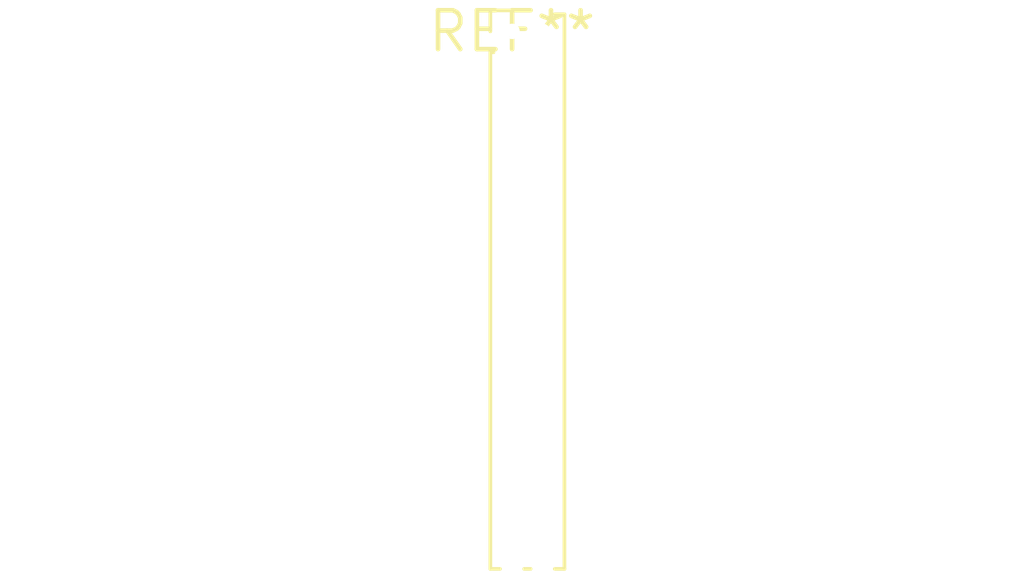
<source format=kicad_pcb>
(kicad_pcb (version 20240108) (generator pcbnew)
  (layers (0 "F.Cu" signal) (31 "B.Cu" signal) (34 "B.Paste" user) (35 "F.Paste" user) (36 "B.SilkS" user "B.Silkscreen") (37 "F.SilkS" user "F.Silkscreen") (38 "B.Mask" user) (39 "F.Mask" user) (44 "Edge.Cuts" user))
  (net 0 "")
  (footprint "PinHeader_2x18_P1.00mm_Vertical" (layer "F.Cu") (at 0 0)
    (property "Reference" "REF**")
    (property "Value" "PinHeader_2x18_P1.00mm_Vertical")
    (fp_line (start -0.71 -0.685) (end 0 -0.685) (layer "F.SilkS") (stroke (width 0.12)))
    (fp_line (start -0.71 0) (end -0.71 -0.685) (layer "F.SilkS") (stroke (width 0.12)))
    (fp_line (start -0.71 0.685) (end -0.71 17.56) (layer "F.SilkS") (stroke (width 0.12)))
    (fp_line (start -0.71 0.685) (end -0.608276 0.685) (layer "F.SilkS") (stroke (width 0.12)))
    (fp_line (start -0.71 17.56) (end -0.394493 17.56) (layer "F.SilkS") (stroke (width 0.12)))
    (fp_line (start 0.394493 17.56) (end 0.605507 17.56) (layer "F.SilkS") (stroke (width 0.12)))
    (fp_line (start 1.394493 -0.56) (end 1.71 -0.56) (layer "F.SilkS") (stroke (width 0.12)))
    (fp_line (start 1.394493 17.56) (end 1.71 17.56) (layer "F.SilkS") (stroke (width 0.12)))
    (fp_line (start 1.71 -0.56) (end 1.71 17.56) (layer "F.SilkS") (stroke (width 0.12)))
    (pad "1" thru_hole rect (at 0 0) (size 0.85 0.85) (drill 0.5) (layers *.Cu *.Mask) (remove_unused_layers))
    (pad "2" thru_hole oval (at 1 0) (size 0.85 0.85) (drill 0.5) (layers *.Cu *.Mask) (remove_unused_layers))
    (pad "3" thru_hole oval (at 0 1) (size 0.85 0.85) (drill 0.5) (layers *.Cu *.Mask) (remove_unused_layers))
    (pad "4" thru_hole oval (at 1 1) (size 0.85 0.85) (drill 0.5) (layers *.Cu *.Mask) (remove_unused_layers))
    (pad "5" thru_hole oval (at 0 2) (size 0.85 0.85) (drill 0.5) (layers *.Cu *.Mask) (remove_unused_layers))
    (pad "6" thru_hole oval (at 1 2) (size 0.85 0.85) (drill 0.5) (layers *.Cu *.Mask) (remove_unused_layers))
    (pad "7" thru_hole oval (at 0 3) (size 0.85 0.85) (drill 0.5) (layers *.Cu *.Mask) (remove_unused_layers))
    (pad "8" thru_hole oval (at 1 3) (size 0.85 0.85) (drill 0.5) (layers *.Cu *.Mask) (remove_unused_layers))
    (pad "9" thru_hole oval (at 0 4) (size 0.85 0.85) (drill 0.5) (layers *.Cu *.Mask) (remove_unused_layers))
    (pad "10" thru_hole oval (at 1 4) (size 0.85 0.85) (drill 0.5) (layers *.Cu *.Mask) (remove_unused_layers))
    (pad "11" thru_hole oval (at 0 5) (size 0.85 0.85) (drill 0.5) (layers *.Cu *.Mask) (remove_unused_layers))
    (pad "12" thru_hole oval (at 1 5) (size 0.85 0.85) (drill 0.5) (layers *.Cu *.Mask) (remove_unused_layers))
    (pad "13" thru_hole oval (at 0 6) (size 0.85 0.85) (drill 0.5) (layers *.Cu *.Mask) (remove_unused_layers))
    (pad "14" thru_hole oval (at 1 6) (size 0.85 0.85) (drill 0.5) (layers *.Cu *.Mask) (remove_unused_layers))
    (pad "15" thru_hole oval (at 0 7) (size 0.85 0.85) (drill 0.5) (layers *.Cu *.Mask) (remove_unused_layers))
    (pad "16" thru_hole oval (at 1 7) (size 0.85 0.85) (drill 0.5) (layers *.Cu *.Mask) (remove_unused_layers))
    (pad "17" thru_hole oval (at 0 8) (size 0.85 0.85) (drill 0.5) (layers *.Cu *.Mask) (remove_unused_layers))
    (pad "18" thru_hole oval (at 1 8) (size 0.85 0.85) (drill 0.5) (layers *.Cu *.Mask) (remove_unused_layers))
    (pad "19" thru_hole oval (at 0 9) (size 0.85 0.85) (drill 0.5) (layers *.Cu *.Mask) (remove_unused_layers))
    (pad "20" thru_hole oval (at 1 9) (size 0.85 0.85) (drill 0.5) (layers *.Cu *.Mask) (remove_unused_layers))
    (pad "21" thru_hole oval (at 0 10) (size 0.85 0.85) (drill 0.5) (layers *.Cu *.Mask) (remove_unused_layers))
    (pad "22" thru_hole oval (at 1 10) (size 0.85 0.85) (drill 0.5) (layers *.Cu *.Mask) (remove_unused_layers))
    (pad "23" thru_hole oval (at 0 11) (size 0.85 0.85) (drill 0.5) (layers *.Cu *.Mask) (remove_unused_layers))
    (pad "24" thru_hole oval (at 1 11) (size 0.85 0.85) (drill 0.5) (layers *.Cu *.Mask) (remove_unused_layers))
    (pad "25" thru_hole oval (at 0 12) (size 0.85 0.85) (drill 0.5) (layers *.Cu *.Mask) (remove_unused_layers))
    (pad "26" thru_hole oval (at 1 12) (size 0.85 0.85) (drill 0.5) (layers *.Cu *.Mask) (remove_unused_layers))
    (pad "27" thru_hole oval (at 0 13) (size 0.85 0.85) (drill 0.5) (layers *.Cu *.Mask) (remove_unused_layers))
    (pad "28" thru_hole oval (at 1 13) (size 0.85 0.85) (drill 0.5) (layers *.Cu *.Mask) (remove_unused_layers))
    (pad "29" thru_hole oval (at 0 14) (size 0.85 0.85) (drill 0.5) (layers *.Cu *.Mask) (remove_unused_layers))
    (pad "30" thru_hole oval (at 1 14) (size 0.85 0.85) (drill 0.5) (layers *.Cu *.Mask) (remove_unused_layers))
    (pad "31" thru_hole oval (at 0 15) (size 0.85 0.85) (drill 0.5) (layers *.Cu *.Mask) (remove_unused_layers))
    (pad "32" thru_hole oval (at 1 15) (size 0.85 0.85) (drill 0.5) (layers *.Cu *.Mask) (remove_unused_layers))
    (pad "33" thru_hole oval (at 0 16) (size 0.85 0.85) (drill 0.5) (layers *.Cu *.Mask) (remove_unused_layers))
    (pad "34" thru_hole oval (at 1 16) (size 0.85 0.85) (drill 0.5) (layers *.Cu *.Mask) (remove_unused_layers))
    (pad "35" thru_hole oval (at 0 17) (size 0.85 0.85) (drill 0.5) (layers *.Cu *.Mask) (remove_unused_layers))
    (pad "36" thru_hole oval (at 1 17) (size 0.85 0.85) (drill 0.5) (layers *.Cu *.Mask) (remove_unused_layers))
  )
)
</source>
